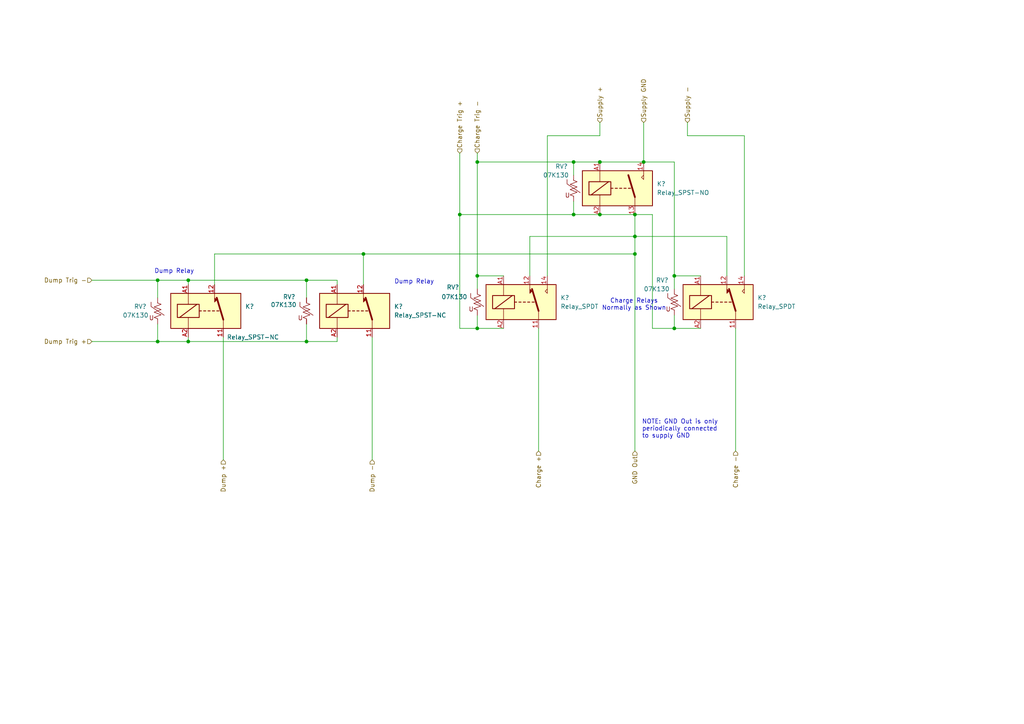
<source format=kicad_sch>
(kicad_sch (version 20231120) (generator "eeschema") (generator_version "8.0")
  (paper "A4")
  (lib_symbols
    (symbol "Device:Varistor_US" (pin_numbers hide) (pin_names (offset 0))
      (property "Reference" "RV" (at 3.175 0 90))
      (property "Value" "Varistor_US" (at -3.175 0 90))
      (symbol "Varistor_US_0_0"
        (text "U" (at -1.778 -2.032 0) (effects (font (size 1.27 1.27))))
      )
      (symbol "Varistor_US_0_1"
        (polyline (pts (xy 0 -2.286) (xy 0 -2.54)))
        (polyline (pts (xy 0 2.286) (xy 0 2.54)))
        (polyline (pts (xy -1.905 2.54) (xy -1.905 1.27) (xy 1.905 -1.27)))
        (polyline (pts (xy 0 -0.762) (xy 1.016 -1.143) (xy 0 -1.524) (xy -1.016 -1.905) (xy 0 -2.286)))
        (polyline (pts (xy 0 0.762) (xy 1.016 0.381) (xy 0 0) (xy -1.016 -0.381) (xy 0 -0.762)))
        (polyline (pts (xy 0 2.286) (xy 1.016 1.905) (xy 0 1.524) (xy -1.016 1.143) (xy 0 0.762)))
      )
      (symbol "Varistor_US_1_1"
        (pin passive line (at 0 3.81 270) (length 1.27) (name "~") (number "1"))
        (pin passive line (at 0 -3.81 90) (length 1.27) (name "~") (number "2"))
      )
    )
    (symbol "Relay:Relay_SPDT"
      (property "Reference" "K" (at 11.43 3.81 0))
      (property "Value" "Relay_SPDT" (at 11.43 1.27 0))
      (symbol "Relay_SPDT_0_0"
        (polyline (pts (xy 7.62 5.08) (xy 7.62 2.54) (xy 6.985 3.175) (xy 7.62 3.81)))
      )
      (symbol "Relay_SPDT_0_1"
        (rectangle (start -10.16 5.08) (end 10.16 -5.08) (stroke (width 0.254)) (fill (type background)))
        (rectangle (start -8.255 1.905) (end -1.905 -1.905) (stroke (width 0.254)))
        (polyline (pts (xy -7.62 -1.905) (xy -2.54 1.905)) (stroke (width 0.254)))
        (polyline (pts (xy -5.08 -5.08) (xy -5.08 -1.905)))
        (polyline (pts (xy -5.08 5.08) (xy -5.08 1.905)))
        (polyline (pts (xy -1.905 0) (xy -1.27 0)) (stroke (width 0.254)))
        (polyline (pts (xy -0.635 0) (xy 0 0)) (stroke (width 0.254)))
        (polyline (pts (xy 0.635 0) (xy 1.27 0)) (stroke (width 0.254)))
        (polyline (pts (xy 1.905 0) (xy 2.54 0)) (stroke (width 0.254)))
        (polyline (pts (xy 3.175 0) (xy 3.81 0)) (stroke (width 0.254)))
        (polyline (pts (xy 5.08 -2.54) (xy 3.175 3.81)) (stroke (width 0.508)))
        (polyline (pts (xy 5.08 -2.54) (xy 5.08 -5.08)))
        (polyline (pts (xy 2.54 5.08) (xy 2.54 2.54) (xy 3.175 3.175) (xy 2.54 3.81)) (fill (type outline)))
      )
      (symbol "Relay_SPDT_1_1"
        (pin passive line (at 5.08 -7.62 90) (length 2.54) (name "~") (number "11"))
        (pin passive line (at 2.54 7.62 270) (length 2.54) (name "~") (number "12"))
        (pin passive line (at 7.62 7.62 270) (length 2.54) (name "~") (number "14"))
        (pin passive line (at -5.08 7.62 270) (length 2.54) (name "~") (number "A1"))
        (pin passive line (at -5.08 -7.62 90) (length 2.54) (name "~") (number "A2"))
      )
    )
    (symbol "Relay:Relay_SPST-NC"
      (property "Reference" "K" (at 11.43 3.81 0))
      (property "Value" "Relay_SPST-NC" (at 11.43 1.27 0))
      (symbol "Relay_SPST-NC_0_1"
        (rectangle (start -8.255 1.905) (end -1.905 -1.905) (stroke (width 0.254)))
        (polyline (pts (xy -7.62 -1.905) (xy -2.54 1.905)) (stroke (width 0.254)))
        (polyline (pts (xy -5.08 -5.08) (xy -5.08 -1.905)))
        (polyline (pts (xy -5.08 5.08) (xy -5.08 1.905)))
        (polyline (pts (xy -1.905 0) (xy -1.27 0)) (stroke (width 0.254)))
        (polyline (pts (xy -0.635 0) (xy 0 0)) (stroke (width 0.254)))
        (polyline (pts (xy 0.635 0) (xy 1.27 0)) (stroke (width 0.254)))
        (polyline (pts (xy 1.905 0) (xy 2.54 0)) (stroke (width 0.254)))
        (polyline (pts (xy 3.175 0) (xy 3.81 0)) (stroke (width 0.254)))
        (polyline (pts (xy 5.08 -2.54) (xy 3.175 3.81)) (stroke (width 0.508)))
        (polyline (pts (xy 5.08 -2.54) (xy 5.08 -5.08)))
        (polyline (pts (xy 2.54 5.08) (xy 2.54 2.54) (xy 3.175 3.175) (xy 2.54 3.81)) (fill (type outline)))
      )
      (symbol "Relay_SPST-NC_1_1"
        (rectangle (start -10.16 5.08) (end 10.16 -5.08) (stroke (width 0.254)) (fill (type background)))
        (pin passive line (at 5.08 -7.62 90) (length 2.54) (name "~") (number "11"))
        (pin passive line (at 2.54 7.62 270) (length 2.54) (name "~") (number "12"))
        (pin passive line (at -5.08 7.62 270) (length 2.54) (name "~") (number "A1"))
        (pin passive line (at -5.08 -7.62 90) (length 2.54) (name "~") (number "A2"))
      )
    )
    (symbol "Relay:Relay_SPST-NO"
      (property "Reference" "K" (at 11.43 3.81 0))
      (property "Value" "Relay_SPST-NO" (at 11.43 1.27 0))
      (symbol "Relay_SPST-NO_0_0"
        (polyline (pts (xy 7.62 5.08) (xy 7.62 2.54) (xy 6.985 3.175) (xy 7.62 3.81)))
      )
      (symbol "Relay_SPST-NO_0_1"
        (rectangle (start -10.16 5.08) (end 10.16 -5.08) (stroke (width 0.254)) (fill (type background)))
        (rectangle (start -8.255 1.905) (end -1.905 -1.905) (stroke (width 0.254)))
        (polyline (pts (xy -7.62 -1.905) (xy -2.54 1.905)) (stroke (width 0.254)))
        (polyline (pts (xy -5.08 -5.08) (xy -5.08 -1.905)))
        (polyline (pts (xy -5.08 5.08) (xy -5.08 1.905)))
        (polyline (pts (xy -1.905 0) (xy -1.27 0)) (stroke (width 0.254)))
        (polyline (pts (xy -0.635 0) (xy 0 0)) (stroke (width 0.254)))
        (polyline (pts (xy 0.635 0) (xy 1.27 0)) (stroke (width 0.254)))
        (polyline (pts (xy 1.905 0) (xy 2.54 0)) (stroke (width 0.254)))
        (polyline (pts (xy 3.175 0) (xy 3.81 0)) (stroke (width 0.254)))
        (polyline (pts (xy 5.08 -2.54) (xy 3.175 3.81)) (stroke (width 0.508)))
        (polyline (pts (xy 5.08 -2.54) (xy 5.08 -5.08)))
      )
      (symbol "Relay_SPST-NO_1_1"
        (pin passive line (at 5.08 -7.62 90) (length 2.54) (name "~") (number "13"))
        (pin passive line (at 7.62 7.62 270) (length 2.54) (name "~") (number "14"))
        (pin passive line (at -5.08 7.62 270) (length 2.54) (name "~") (number "A1"))
        (pin passive line (at -5.08 -7.62 90) (length 2.54) (name "~") (number "A2"))
      )
    )
  )
  (junction (at 105.41 73.66))
  (junction (at 166.37 46.99))
  (junction (at 138.43 46.99))
  (junction (at 54.61 81.28))
  (junction (at 45.72 99.06))
  (junction (at 138.43 95.25))
  (junction (at 133.35 62.23))
  (junction (at 195.58 95.25))
  (junction (at 54.61 99.06))
  (junction (at 195.58 80.01))
  (junction (at 186.69 46.99))
  (junction (at 166.37 62.23))
  (junction (at 88.9 81.28))
  (junction (at 45.72 81.28))
  (junction (at 138.43 80.01))
  (junction (at 88.9 99.06))
  (junction (at 173.99 46.99))
  (junction (at 184.15 68.58))
  (junction (at 184.15 73.66))
  (junction (at 184.15 62.23))
  (junction (at 173.99 62.23))
  (wire (pts (xy 184.15 73.66) (xy 105.41 73.66)))
  (wire (pts (xy 54.61 99.06) (xy 45.72 99.06)))
  (wire (pts (xy 173.99 62.23) (xy 184.15 62.23)))
  (wire (pts (xy 97.79 81.28) (xy 97.79 82.55)))
  (wire (pts (xy 156.21 95.25) (xy 156.21 130.81)))
  (wire (pts (xy 186.69 46.99) (xy 173.99 46.99)))
  (wire (pts (xy 213.36 95.25) (xy 213.36 130.81)))
  (wire (pts (xy 184.15 73.66) (xy 184.15 130.81)))
  (wire (pts (xy 166.37 46.99) (xy 166.37 50.8)))
  (wire (pts (xy 158.75 39.37) (xy 158.75 80.01)))
  (wire (pts (xy 146.05 80.01) (xy 138.43 80.01)))
  (wire (pts (xy 105.41 73.66) (xy 105.41 82.55)))
  (wire (pts (xy 138.43 91.44) (xy 138.43 95.25)))
  (wire (pts (xy 138.43 46.99) (xy 166.37 46.99)))
  (wire (pts (xy 62.23 73.66) (xy 62.23 82.55)))
  (wire (pts (xy 138.43 46.99) (xy 138.43 80.01)))
  (wire (pts (xy 54.61 81.28) (xy 88.9 81.28)))
  (wire (pts (xy 54.61 99.06) (xy 88.9 99.06)))
  (wire (pts (xy 184.15 68.58) (xy 210.82 68.58)))
  (wire (pts (xy 199.39 39.37) (xy 215.9 39.37)))
  (wire (pts (xy 133.35 95.25) (xy 133.35 62.23)))
  (wire (pts (xy 210.82 80.01) (xy 210.82 68.58)))
  (wire (pts (xy 195.58 80.01) (xy 195.58 83.82)))
  (wire (pts (xy 153.67 68.58) (xy 184.15 68.58)))
  (wire (pts (xy 62.23 73.66) (xy 105.41 73.66)))
  (wire (pts (xy 138.43 95.25) (xy 146.05 95.25)))
  (wire (pts (xy 215.9 39.37) (xy 215.9 80.01)))
  (wire (pts (xy 45.72 93.98) (xy 45.72 99.06)))
  (wire (pts (xy 184.15 62.23) (xy 184.15 68.58)))
  (wire (pts (xy 138.43 44.45) (xy 138.43 46.99)))
  (wire (pts (xy 97.79 99.06) (xy 97.79 97.79)))
  (wire (pts (xy 88.9 99.06) (xy 97.79 99.06)))
  (wire (pts (xy 203.2 95.25) (xy 195.58 95.25)))
  (wire (pts (xy 186.69 35.56) (xy 186.69 46.99)))
  (wire (pts (xy 203.2 80.01) (xy 195.58 80.01)))
  (wire (pts (xy 173.99 39.37) (xy 158.75 39.37)))
  (wire (pts (xy 54.61 99.06) (xy 54.61 97.79)))
  (wire (pts (xy 166.37 62.23) (xy 166.37 58.42)))
  (wire (pts (xy 199.39 35.56) (xy 199.39 39.37)))
  (wire (pts (xy 88.9 99.06) (xy 88.9 93.98)))
  (wire (pts (xy 64.77 97.79) (xy 64.77 133.35)))
  (wire (pts (xy 54.61 81.28) (xy 45.72 81.28)))
  (wire (pts (xy 189.23 95.25) (xy 189.23 62.23)))
  (wire (pts (xy 195.58 46.99) (xy 186.69 46.99)))
  (wire (pts (xy 184.15 62.23) (xy 189.23 62.23)))
  (wire (pts (xy 195.58 95.25) (xy 189.23 95.25)))
  (wire (pts (xy 26.67 99.06) (xy 45.72 99.06)))
  (wire (pts (xy 54.61 81.28) (xy 54.61 82.55)))
  (wire (pts (xy 153.67 80.01) (xy 153.67 68.58)))
  (wire (pts (xy 45.72 81.28) (xy 45.72 86.36)))
  (wire (pts (xy 173.99 35.56) (xy 173.99 39.37)))
  (wire (pts (xy 195.58 80.01) (xy 195.58 46.99)))
  (wire (pts (xy 138.43 95.25) (xy 133.35 95.25)))
  (wire (pts (xy 173.99 46.99) (xy 166.37 46.99)))
  (wire (pts (xy 138.43 80.01) (xy 138.43 83.82)))
  (wire (pts (xy 133.35 44.45) (xy 133.35 62.23)))
  (wire (pts (xy 166.37 62.23) (xy 173.99 62.23)))
  (wire (pts (xy 26.67 81.28) (xy 45.72 81.28)))
  (wire (pts (xy 88.9 81.28) (xy 88.9 86.36)))
  (wire (pts (xy 133.35 62.23) (xy 166.37 62.23)))
  (wire (pts (xy 107.95 97.79) (xy 107.95 133.35)))
  (wire (pts (xy 88.9 81.28) (xy 97.79 81.28)))
  (wire (pts (xy 195.58 95.25) (xy 195.58 91.44)))
  (wire (pts (xy 184.15 68.58) (xy 184.15 73.66)))
  (text "Dump Relay" (at 120.142 81.788 0) (effects (font (size 1.27 1.27))))
  (text "NOTE: GND Out is only\nperiodically connected\nto supply GND" (at 186.182 124.46 0) (effects (font (size 1.27 1.27)) (justify left)))
  (text "Charge Relays\nNormally as Shown" (at 183.896 88.392 0) (effects (font (size 1.27 1.27))))
  (text "Dump Relay" (at 50.546 78.74 0) (effects (font (size 1.27 1.27))))
  (hierarchical_label "Charge Trig -" (shape input) (at 138.43 44.45 90))
  (hierarchical_label "Dump +" (shape input) (at 64.77 133.35 270))
  (hierarchical_label "GND Out" (shape input) (at 184.15 130.81 270))
  (hierarchical_label "Supply +" (shape input) (at 173.99 35.56 90))
  (hierarchical_label "Charge Trig +" (shape input) (at 133.35 44.45 90))
  (hierarchical_label "Charge +" (shape input) (at 156.21 130.81 270))
  (hierarchical_label "Supply -" (shape input) (at 199.39 35.56 90))
  (hierarchical_label "Dump Trig -" (shape input) (at 26.67 81.28 180))
  (hierarchical_label "Charge -" (shape input) (at 213.36 130.81 270))
  (hierarchical_label "Supply GND" (shape input) (at 186.69 35.56 90))
  (hierarchical_label "Dump -" (shape input) (at 107.95 133.35 270))
  (hierarchical_label "Dump Trig +" (shape input) (at 26.67 99.06 180))
  (symbol (lib_id "Device:Varistor_US") (at 45.72 90.17 0) (unit 1)
    (property "Reference" "RV?" (at 38.862 88.9 0) (effects (justify left)))
    (property "Value" "07K130" (at 35.56 91.44 0) (effects (justify left)))
    (property "Description" "Voltage dependent resistor, US symbol" (effects (hide yes)))
    (property "Sim.Name" "kicad_builtin_varistor" (effects (hide yes)))
    (property "Sim.Device" "SUBCKT" (effects (hide yes)))
    (property "Sim.Pins" "1=A 2=B" (effects (hide yes)))
    (property "Sim.Params" "threshold=1k" (effects (hide yes)))
    (property "Sim.Library" "${KICAD7_SYMBOL_DIR}/Simulation_SPICE.sp" (effects (hide yes)))
  )
  (symbol (lib_id "Device:Varistor_US") (at 88.9 90.17 0) (unit 1)
    (property "Reference" "RV?" (at 82.042 86.106 0) (effects (justify left)))
    (property "Value" "07K130" (at 78.486 88.392 0) (effects (justify left)))
    (property "Description" "Voltage dependent resistor, US symbol" (effects (hide yes)))
    (property "Sim.Name" "kicad_builtin_varistor" (effects (hide yes)))
    (property "Sim.Device" "SUBCKT" (effects (hide yes)))
    (property "Sim.Pins" "1=A 2=B" (effects (hide yes)))
    (property "Sim.Params" "threshold=1k" (effects (hide yes)))
    (property "Sim.Library" "${KICAD7_SYMBOL_DIR}/Simulation_SPICE.sp" (effects (hide yes)))
  )
  (symbol (lib_id "Relay:Relay_SPST-NC") (at 102.87 90.17 0) (unit 1)
    (property "Reference" "K?" (at 114.3 88.8999 0) (effects (justify left)))
    (property "Value" "Relay_SPST-NC" (at 114.3 91.4399 0) (effects (justify left)))
    (property "Description" "Relay SPST, normally closed, EN50005" (effects (hide yes)))
  )
  (symbol (lib_id "Device:Varistor_US") (at 138.43 87.63 0) (unit 1)
    (property "Reference" "RV?" (at 129.54 83.312 0) (effects (justify left)))
    (property "Value" "07K130" (at 128.016 86.106 0) (effects (justify left)))
    (property "Description" "Voltage dependent resistor, US symbol" (effects (hide yes)))
    (property "Sim.Name" "kicad_builtin_varistor" (effects (hide yes)))
    (property "Sim.Device" "SUBCKT" (effects (hide yes)))
    (property "Sim.Pins" "1=A 2=B" (effects (hide yes)))
    (property "Sim.Params" "threshold=1k" (effects (hide yes)))
    (property "Sim.Library" "${KICAD7_SYMBOL_DIR}/Simulation_SPICE.sp" (effects (hide yes)))
  )
  (symbol (lib_id "Device:Varistor_US") (at 166.37 54.61 0) (unit 1)
    (property "Reference" "RV?" (at 161.036 48.26 0) (effects (justify left)))
    (property "Value" "07K130" (at 157.48 50.8 0) (effects (justify left)))
    (property "Description" "Voltage dependent resistor, US symbol" (effects (hide yes)))
    (property "Sim.Name" "kicad_builtin_varistor" (effects (hide yes)))
    (property "Sim.Device" "SUBCKT" (effects (hide yes)))
    (property "Sim.Pins" "1=A 2=B" (effects (hide yes)))
    (property "Sim.Params" "threshold=1k" (effects (hide yes)))
    (property "Sim.Library" "${KICAD7_SYMBOL_DIR}/Simulation_SPICE.sp" (effects (hide yes)))
  )
  (symbol (lib_id "Relay:Relay_SPDT") (at 208.28 87.63 0) (unit 1)
    (property "Reference" "K?" (at 219.71 86.3599 0) (effects (justify left)))
    (property "Value" "Relay_SPDT" (at 219.71 88.8999 0) (effects (justify left)))
    (property "Description" "Relay SPDT, monostable, EN50005" (effects (hide yes)))
  )
  (symbol (lib_id "Relay:Relay_SPDT") (at 151.13 87.63 0) (unit 1)
    (property "Reference" "K?" (at 162.56 86.3599 0) (effects (justify left)))
    (property "Value" "Relay_SPDT" (at 162.56 88.8999 0) (effects (justify left)))
    (property "Description" "Relay SPDT, monostable, EN50005" (effects (hide yes)))
  )
  (symbol (lib_id "Relay:Relay_SPST-NC") (at 59.69 90.17 0) (unit 1)
    (property "Reference" "K?" (at 71.12 88.8999 0) (effects (justify left)))
    (property "Value" "Relay_SPST-NC" (at 65.786 97.79 0) (effects (justify left)))
    (property "Description" "Relay SPST, normally closed, EN50005" (effects (hide yes)))
  )
  (symbol (lib_id "Device:Varistor_US") (at 195.58 87.63 0) (unit 1)
    (property "Reference" "RV?" (at 190.246 81.28 0) (effects (justify left)))
    (property "Value" "07K130" (at 186.69 83.82 0) (effects (justify left)))
    (property "Description" "Voltage dependent resistor, US symbol" (effects (hide yes)))
    (property "Sim.Name" "kicad_builtin_varistor" (effects (hide yes)))
    (property "Sim.Device" "SUBCKT" (effects (hide yes)))
    (property "Sim.Pins" "1=A 2=B" (effects (hide yes)))
    (property "Sim.Params" "threshold=1k" (effects (hide yes)))
    (property "Sim.Library" "${KICAD7_SYMBOL_DIR}/Simulation_SPICE.sp" (effects (hide yes)))
  )
  (symbol (lib_id "Relay:Relay_SPST-NO") (at 179.07 54.61 0) (unit 1)
    (property "Reference" "K?" (at 190.5 53.3399 0) (effects (justify left)))
    (property "Value" "Relay_SPST-NO" (at 190.5 55.8799 0) (effects (justify left)))
    (property "Description" "Relay SPST, normally open, EN50005" (effects (hide yes)))
  )
)
</source>
